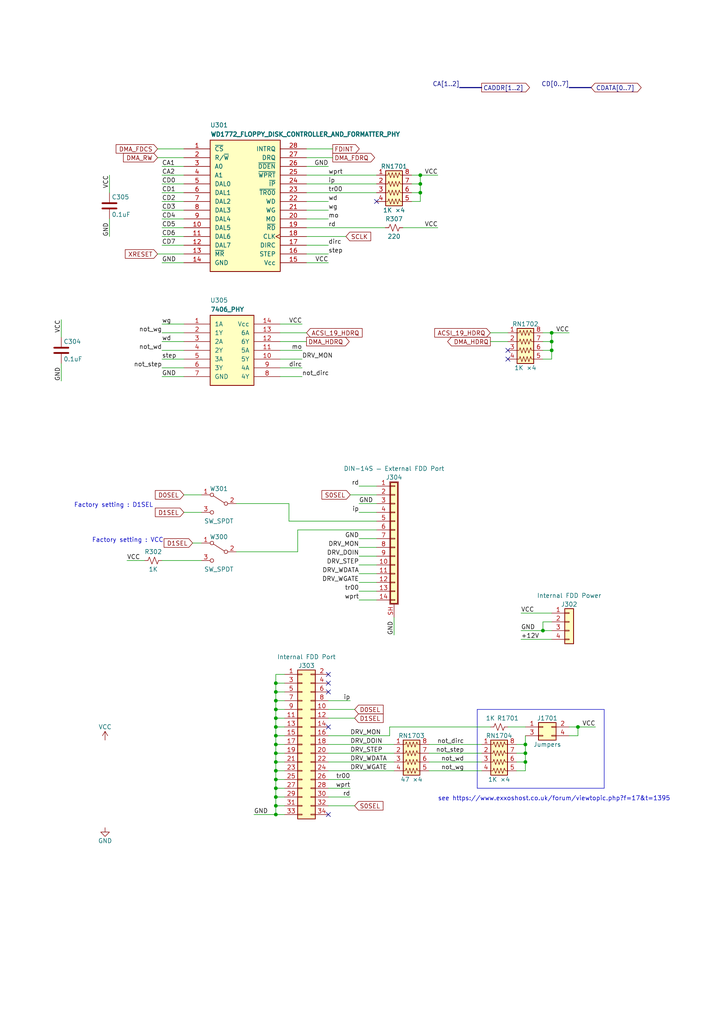
<source format=kicad_sch>
(kicad_sch (version 20230121) (generator eeschema)
  (paper "A4" portrait)
  (title_block (title "ReSTe mignon") (date "2022-07-13") (rev "mk0-0.1") (company "David SPORN") (comment 2 "original repository : https://github.com/sporniket/reste-mignon") (comment 4 "A remake of the Atari STe with some fixes applied and a target size of 25×18cm (B5)"))
  (lib_symbols
    (symbol "74x06:7406_PHY" (pin_names (offset 1.27))
      (property "Reference" "U" (at 0 0 0))
      (property "Value" "7406_PHY" (at 0 0 0))
      (symbol "7406_PHY_0_0"
        (rectangle (start -6.35 10.16) (end 6.35 -10.16) (stroke (width 0.254)) (fill (type background)))
        (pin input line (at -13.97 7.62 0) (length 7.62) (name "1A") (number "1"))
        (pin output line (at 13.97 -2.54 180) (length 7.62) (name "5Y") (number "10"))
        (pin input line (at 13.97 0 180) (length 7.62) (name "5A") (number "11"))
        (pin output line (at 13.97 2.54 180) (length 7.62) (name "6Y") (number "12"))
        (pin input line (at 13.97 5.08 180) (length 7.62) (name "6A") (number "13"))
        (pin power_in line (at 13.97 7.62 180) (length 7.62) (name "Vcc") (number "14"))
        (pin output line (at -13.97 5.08 0) (length 7.62) (name "1Y") (number "2"))
        (pin input line (at -13.97 2.54 0) (length 7.62) (name "2A") (number "3"))
        (pin output line (at -13.97 0 0) (length 7.62) (name "2Y") (number "4"))
        (pin input line (at -13.97 -2.54 0) (length 7.62) (name "3A") (number "5"))
        (pin output line (at -13.97 -5.08 0) (length 7.62) (name "3Y") (number "6"))
        (pin power_in line (at -13.97 -7.62 0) (length 7.62) (name "GND") (number "7"))
        (pin output line (at 13.97 -7.62 180) (length 7.62) (name "4Y") (number "8"))
        (pin input line (at 13.97 -5.08 180) (length 7.62) (name "4A") (number "9"))
      )
    )
    (symbol "Connector_Generic:Conn_01x04" (pin_names (offset 1.016) hide)
      (property "Reference" "J" (at 0 5.08 0))
      (property "Value" "Conn_01x04" (at 0 -7.62 0))
      (symbol "Conn_01x04_1_1"
        (rectangle (start -1.27 -4.953) (end 0 -5.207) (stroke (width 0.1524)))
        (rectangle (start -1.27 -2.413) (end 0 -2.667) (stroke (width 0.1524)))
        (rectangle (start -1.27 0.127) (end 0 -0.127) (stroke (width 0.1524)))
        (rectangle (start -1.27 2.667) (end 0 2.413) (stroke (width 0.1524)))
        (rectangle (start -1.27 3.81) (end 1.27 -6.35) (stroke (width 0.254)) (fill (type background)))
        (pin passive line (at -5.08 2.54 0) (length 3.81) (name "Pin_1") (number "1"))
        (pin passive line (at -5.08 0 0) (length 3.81) (name "Pin_2") (number "2"))
        (pin passive line (at -5.08 -2.54 0) (length 3.81) (name "Pin_3") (number "3"))
        (pin passive line (at -5.08 -5.08 0) (length 3.81) (name "Pin_4") (number "4"))
      )
    )
    (symbol "Connector_Generic:Conn_02x02_Odd_Even" (pin_names (offset 1.016) hide)
      (property "Reference" "J" (at 1.27 2.54 0))
      (property "Value" "Conn_02x02_Odd_Even" (at 1.27 -5.08 0))
      (symbol "Conn_02x02_Odd_Even_1_1"
        (rectangle (start -1.27 -2.413) (end 0 -2.667) (stroke (width 0.1524)))
        (rectangle (start -1.27 0.127) (end 0 -0.127) (stroke (width 0.1524)))
        (rectangle (start -1.27 1.27) (end 3.81 -3.81) (stroke (width 0.254)) (fill (type background)))
        (rectangle (start 3.81 -2.413) (end 2.54 -2.667) (stroke (width 0.1524)))
        (rectangle (start 3.81 0.127) (end 2.54 -0.127) (stroke (width 0.1524)))
        (pin passive line (at -5.08 0 0) (length 3.81) (name "Pin_1") (number "1"))
        (pin passive line (at 7.62 0 180) (length 3.81) (name "Pin_2") (number "2"))
        (pin passive line (at -5.08 -2.54 0) (length 3.81) (name "Pin_3") (number "3"))
        (pin passive line (at 7.62 -2.54 180) (length 3.81) (name "Pin_4") (number "4"))
      )
    )
    (symbol "Connector_Generic:Conn_02x17_Odd_Even" (pin_names (offset 1.016) hide)
      (property "Reference" "J" (at 1.27 22.86 0))
      (property "Value" "Conn_02x17_Odd_Even" (at 1.27 -22.86 0))
      (symbol "Conn_02x17_Odd_Even_1_1"
        (rectangle (start -1.27 -20.193) (end 0 -20.447) (stroke (width 0.1524)))
        (rectangle (start -1.27 -17.653) (end 0 -17.907) (stroke (width 0.1524)))
        (rectangle (start -1.27 -15.113) (end 0 -15.367) (stroke (width 0.1524)))
        (rectangle (start -1.27 -12.573) (end 0 -12.827) (stroke (width 0.1524)))
        (rectangle (start -1.27 -10.033) (end 0 -10.287) (stroke (width 0.1524)))
        (rectangle (start -1.27 -7.493) (end 0 -7.747) (stroke (width 0.1524)))
        (rectangle (start -1.27 -4.953) (end 0 -5.207) (stroke (width 0.1524)))
        (rectangle (start -1.27 -2.413) (end 0 -2.667) (stroke (width 0.1524)))
        (rectangle (start -1.27 0.127) (end 0 -0.127) (stroke (width 0.1524)))
        (rectangle (start -1.27 2.667) (end 0 2.413) (stroke (width 0.1524)))
        (rectangle (start -1.27 5.207) (end 0 4.953) (stroke (width 0.1524)))
        (rectangle (start -1.27 7.747) (end 0 7.493) (stroke (width 0.1524)))
        (rectangle (start -1.27 10.287) (end 0 10.033) (stroke (width 0.1524)))
        (rectangle (start -1.27 12.827) (end 0 12.573) (stroke (width 0.1524)))
        (rectangle (start -1.27 15.367) (end 0 15.113) (stroke (width 0.1524)))
        (rectangle (start -1.27 17.907) (end 0 17.653) (stroke (width 0.1524)))
        (rectangle (start -1.27 20.447) (end 0 20.193) (stroke (width 0.1524)))
        (rectangle (start -1.27 21.59) (end 3.81 -21.59) (stroke (width 0.254)) (fill (type background)))
        (rectangle (start 3.81 -20.193) (end 2.54 -20.447) (stroke (width 0.1524)))
        (rectangle (start 3.81 -17.653) (end 2.54 -17.907) (stroke (width 0.1524)))
        (rectangle (start 3.81 -15.113) (end 2.54 -15.367) (stroke (width 0.1524)))
        (rectangle (start 3.81 -12.573) (end 2.54 -12.827) (stroke (width 0.1524)))
        (rectangle (start 3.81 -10.033) (end 2.54 -10.287) (stroke (width 0.1524)))
        (rectangle (start 3.81 -7.493) (end 2.54 -7.747) (stroke (width 0.1524)))
        (rectangle (start 3.81 -4.953) (end 2.54 -5.207) (stroke (width 0.1524)))
        (rectangle (start 3.81 -2.413) (end 2.54 -2.667) (stroke (width 0.1524)))
        (rectangle (start 3.81 0.127) (end 2.54 -0.127) (stroke (width 0.1524)))
        (rectangle (start 3.81 2.667) (end 2.54 2.413) (stroke (width 0.1524)))
        (rectangle (start 3.81 5.207) (end 2.54 4.953) (stroke (width 0.1524)))
        (rectangle (start 3.81 7.747) (end 2.54 7.493) (stroke (width 0.1524)))
        (rectangle (start 3.81 10.287) (end 2.54 10.033) (stroke (width 0.1524)))
        (rectangle (start 3.81 12.827) (end 2.54 12.573) (stroke (width 0.1524)))
        (rectangle (start 3.81 15.367) (end 2.54 15.113) (stroke (width 0.1524)))
        (rectangle (start 3.81 17.907) (end 2.54 17.653) (stroke (width 0.1524)))
        (rectangle (start 3.81 20.447) (end 2.54 20.193) (stroke (width 0.1524)))
        (pin passive line (at -5.08 20.32 0) (length 3.81) (name "Pin_1") (number "1"))
        (pin passive line (at 7.62 10.16 180) (length 3.81) (name "Pin_10") (number "10"))
        (pin passive line (at -5.08 7.62 0) (length 3.81) (name "Pin_11") (number "11"))
        (pin passive line (at 7.62 7.62 180) (length 3.81) (name "Pin_12") (number "12"))
        (pin passive line (at -5.08 5.08 0) (length 3.81) (name "Pin_13") (number "13"))
        (pin passive line (at 7.62 5.08 180) (length 3.81) (name "Pin_14") (number "14"))
        (pin passive line (at -5.08 2.54 0) (length 3.81) (name "Pin_15") (number "15"))
        (pin passive line (at 7.62 2.54 180) (length 3.81) (name "Pin_16") (number "16"))
        (pin passive line (at -5.08 0 0) (length 3.81) (name "Pin_17") (number "17"))
        (pin passive line (at 7.62 0 180) (length 3.81) (name "Pin_18") (number "18"))
        (pin passive line (at -5.08 -2.54 0) (length 3.81) (name "Pin_19") (number "19"))
        (pin passive line (at 7.62 20.32 180) (length 3.81) (name "Pin_2") (number "2"))
        (pin passive line (at 7.62 -2.54 180) (length 3.81) (name "Pin_20") (number "20"))
        (pin passive line (at -5.08 -5.08 0) (length 3.81) (name "Pin_21") (number "21"))
        (pin passive line (at 7.62 -5.08 180) (length 3.81) (name "Pin_22") (number "22"))
        (pin passive line (at -5.08 -7.62 0) (length 3.81) (name "Pin_23") (number "23"))
        (pin passive line (at 7.62 -7.62 180) (length 3.81) (name "Pin_24") (number "24"))
        (pin passive line (at -5.08 -10.16 0) (length 3.81) (name "Pin_25") (number "25"))
        (pin passive line (at 7.62 -10.16 180) (length 3.81) (name "Pin_26") (number "26"))
        (pin passive line (at -5.08 -12.7 0) (length 3.81) (name "Pin_27") (number "27"))
        (pin passive line (at 7.62 -12.7 180) (length 3.81) (name "Pin_28") (number "28"))
        (pin passive line (at -5.08 -15.24 0) (length 3.81) (name "Pin_29") (number "29"))
        (pin passive line (at -5.08 17.78 0) (length 3.81) (name "Pin_3") (number "3"))
        (pin passive line (at 7.62 -15.24 180) (length 3.81) (name "Pin_30") (number "30"))
        (pin passive line (at -5.08 -17.78 0) (length 3.81) (name "Pin_31") (number "31"))
        (pin passive line (at 7.62 -17.78 180) (length 3.81) (name "Pin_32") (number "32"))
        (pin passive line (at -5.08 -20.32 0) (length 3.81) (name "Pin_33") (number "33"))
        (pin passive line (at 7.62 -20.32 180) (length 3.81) (name "Pin_34") (number "34"))
        (pin passive line (at 7.62 17.78 180) (length 3.81) (name "Pin_4") (number "4"))
        (pin passive line (at -5.08 15.24 0) (length 3.81) (name "Pin_5") (number "5"))
        (pin passive line (at 7.62 15.24 180) (length 3.81) (name "Pin_6") (number "6"))
        (pin passive line (at -5.08 12.7 0) (length 3.81) (name "Pin_7") (number "7"))
        (pin passive line (at 7.62 12.7 180) (length 3.81) (name "Pin_8") (number "8"))
        (pin passive line (at -5.08 10.16 0) (length 3.81) (name "Pin_9") (number "9"))
      )
    )
    (symbol "Connector_Generic_Shielded:Conn_01x14_Shielded" (pin_names (offset 1.016) hide)
      (property "Reference" "J" (at 0.254 17.526 0))
      (property "Value" "Conn_01x14_Shielded" (at 1.016 -20.066 0))
      (symbol "Conn_01x14_Shielded_1_1"
        (rectangle (start -1.27 16.51) (end 1.27 -19.05) (stroke (width 0.1524)))
        (rectangle (start -1.016 -17.653) (end 0.254 -17.907) (stroke (width 0.1524)))
        (rectangle (start -1.016 -15.113) (end 0.254 -15.367) (stroke (width 0.1524)))
        (rectangle (start -1.016 -12.573) (end 0.254 -12.827) (stroke (width 0.1524)))
        (rectangle (start -1.016 -10.033) (end 0.254 -10.287) (stroke (width 0.1524)))
        (rectangle (start -1.016 -7.493) (end 0.254 -7.747) (stroke (width 0.1524)))
        (rectangle (start -1.016 -4.953) (end 0.254 -5.207) (stroke (width 0.1524)))
        (rectangle (start -1.016 -2.413) (end 0.254 -2.667) (stroke (width 0.1524)))
        (rectangle (start -1.016 0.127) (end 0.254 -0.127) (stroke (width 0.1524)))
        (rectangle (start -1.016 2.667) (end 0.254 2.413) (stroke (width 0.1524)))
        (rectangle (start -1.016 5.207) (end 0.254 4.953) (stroke (width 0.1524)))
        (rectangle (start -1.016 7.747) (end 0.254 7.493) (stroke (width 0.1524)))
        (rectangle (start -1.016 10.287) (end 0.254 10.033) (stroke (width 0.1524)))
        (rectangle (start -1.016 12.827) (end 0.254 12.573) (stroke (width 0.1524)))
        (rectangle (start -1.016 15.367) (end 0.254 15.113) (stroke (width 0.1524)))
        (rectangle (start -1.016 16.256) (end 1.016 -18.796) (stroke (width 0.254)) (fill (type background)))
        (pin passive line (at -5.08 15.24 0) (length 4.064) (name "Pin_1") (number "1"))
        (pin passive line (at -5.08 -7.62 0) (length 4.064) (name "Pin_10") (number "10"))
        (pin passive line (at -5.08 -10.16 0) (length 4.064) (name "Pin_11") (number "11"))
        (pin passive line (at -5.08 -12.7 0) (length 4.064) (name "Pin_12") (number "12"))
        (pin passive line (at -5.08 -15.24 0) (length 4.064) (name "Pin_13") (number "13"))
        (pin passive line (at -5.08 -17.78 0) (length 4.064) (name "Pin_14") (number "14"))
        (pin passive line (at -5.08 12.7 0) (length 4.064) (name "Pin_2") (number "2"))
        (pin passive line (at -5.08 10.16 0) (length 4.064) (name "Pin_3") (number "3"))
        (pin passive line (at -5.08 7.62 0) (length 4.064) (name "Pin_4") (number "4"))
        (pin passive line (at -5.08 5.08 0) (length 4.064) (name "Pin_5") (number "5"))
        (pin passive line (at -5.08 2.54 0) (length 4.064) (name "Pin_6") (number "6"))
        (pin passive line (at -5.08 0 0) (length 4.064) (name "Pin_7") (number "7"))
        (pin passive line (at -5.08 -2.54 0) (length 4.064) (name "Pin_8") (number "8"))
        (pin passive line (at -5.08 -5.08 0) (length 4.064) (name "Pin_9") (number "9"))
        (pin passive line (at 0 -22.86 90) (length 3.81) (name "Shield") (number "SH"))
      )
    )
    (symbol "Device:C" (pin_numbers hide) (pin_names (offset 0.254))
      (property "Reference" "C" (at 0.635 2.54 0))
      (property "Value" "C" (at 0.635 -2.54 0))
      (symbol "C_0_1"
        (polyline (pts (xy -2.032 -0.762) (xy 2.032 -0.762)) (stroke (width 0.508)))
        (polyline (pts (xy -2.032 0.762) (xy 2.032 0.762)) (stroke (width 0.508)))
      )
      (symbol "C_1_1"
        (pin passive line (at 0 3.81 270) (length 2.794) (name "~") (number "1"))
        (pin passive line (at 0 -3.81 90) (length 2.794) (name "~") (number "2"))
      )
    )
    (symbol "Device:R_Small_US" (pin_numbers hide) (pin_names (offset 0.254) hide)
      (property "Reference" "R" (at 0.762 0.508 0))
      (property "Value" "R_Small_US" (at 0.762 -1.016 0))
      (symbol "R_Small_US_1_1"
        (polyline (pts (xy 0 0) (xy 1.016 -0.381) (xy 0 -0.762) (xy -1.016 -1.143) (xy 0 -1.524)))
        (polyline (pts (xy 0 1.524) (xy 1.016 1.143) (xy 0 0.762) (xy -1.016 0.381) (xy 0 0)))
        (pin passive line (at 0 2.54 270) (length 1.016) (name "~") (number "1"))
        (pin passive line (at 0 -2.54 90) (length 1.016) (name "~") (number "2"))
      )
    )
    (symbol "Switch:SW_SPDT" (pin_names (offset 0) hide)
      (property "Reference" "SW" (at 0 4.318 0))
      (property "Value" "SW_SPDT" (at 0 -5.08 0))
      (symbol "SW_SPDT_0_0"
        (circle (center -2.032 0) (radius 0.508))
        (circle (center 2.032 -2.54) (radius 0.508))
      )
      (symbol "SW_SPDT_0_1"
        (polyline (pts (xy -1.524 0.254) (xy 1.651 2.286)))
        (circle (center 2.032 2.54) (radius 0.508))
      )
      (symbol "SW_SPDT_1_1"
        (pin passive line (at 5.08 2.54 180) (length 2.54) (name "A") (number "1"))
        (pin passive line (at -5.08 0 0) (length 2.54) (name "B") (number "2"))
        (pin passive line (at 5.08 -2.54 180) (length 2.54) (name "C") (number "3"))
      )
    )
    (symbol "custom_passives:R_Pack04_US" (pin_names (offset 0) hide)
      (property "Reference" "RN" (at -7.62 0 90))
      (property "Value" "R_Pack04_US" (at 5.08 0 90))
      (symbol "R_Pack04_US_0_1"
        (rectangle (start -6.35 -2.413) (end 3.81 2.413) (stroke (width 0.254)) (fill (type background)))
        (polyline (pts (xy -5.08 -2.54) (xy -5.08 -1.905)))
        (polyline (pts (xy -5.08 1.905) (xy -5.08 2.54)))
        (polyline (pts (xy -2.54 -2.54) (xy -2.54 -1.905)))
        (polyline (pts (xy -2.54 1.905) (xy -2.54 2.54)))
        (polyline (pts (xy 0 -2.54) (xy 0 -1.905)))
        (polyline (pts (xy 0 1.905) (xy 0 2.54)))
        (polyline (pts (xy 2.54 -2.54) (xy 2.54 -1.905)))
        (polyline (pts (xy 2.54 1.905) (xy 2.54 2.54)))
        (polyline (pts (xy -5.08 -1.778) (xy -5.842 -1.524) (xy -4.318 -1.016) (xy -5.842 -0.508) (xy -4.318 0) (xy -5.842 0.508) (xy -4.318 1.016) (xy -5.842 1.524) (xy -5.08 1.778)))
        (polyline (pts (xy -2.54 -1.778) (xy -3.302 -1.524) (xy -1.778 -1.016) (xy -3.302 -0.508) (xy -1.778 0) (xy -3.302 0.508) (xy -1.778 1.016) (xy -3.302 1.524) (xy -2.54 1.778)))
      )
      (symbol "R_Pack04_US_1_1"
        (polyline (pts (xy 0 -1.778) (xy -0.762 -1.524) (xy 0.762 -1.016) (xy -0.762 -0.508) (xy 0.762 0) (xy -0.762 0.508) (xy 0.762 1.016) (xy -0.762 1.524) (xy 0 1.778)))
        (polyline (pts (xy 2.54 -1.778) (xy 1.778 -1.524) (xy 3.302 -1.016) (xy 1.778 -0.508) (xy 3.302 0) (xy 1.778 0.508) (xy 3.302 1.016) (xy 1.778 1.524) (xy 2.54 1.778)))
        (pin passive line (at -5.08 -5.08 90) (length 2.54) (name "R1.1") (number "1"))
        (pin passive line (at -2.54 -5.08 90) (length 2.54) (name "R2.1") (number "2"))
        (pin passive line (at 0 -5.08 90) (length 2.54) (name "R3.1") (number "3"))
        (pin passive line (at 2.54 -5.08 90) (length 2.54) (name "R4.1") (number "4"))
        (pin passive line (at 2.54 5.08 270) (length 2.54) (name "R4.2") (number "5"))
        (pin passive line (at 0 5.08 270) (length 2.54) (name "R3.2") (number "6"))
        (pin passive line (at -2.54 5.08 270) (length 2.54) (name "R2.2") (number "7"))
        (pin passive line (at -5.08 5.08 270) (length 2.54) (name "R1.2") (number "8"))
      )
    )
    (symbol "power:GND" (power) (pin_names (offset 0))
      (property "Value" "GND" (at 0 -3.81 0))
      (symbol "GND_0_1"
        (polyline (pts (xy 0 0) (xy 0 -1.27) (xy 1.27 -1.27) (xy 0 -2.54) (xy -1.27 -1.27) (xy 0 -1.27)))
      )
      (symbol "GND_1_1"
        (pin power_in line (at 0 0 270) (length 0) hide (name "GND") (number "1"))
      )
    )
    (symbol "power:VCC" (power) (pin_names (offset 0))
      (property "Value" "VCC" (at 0 3.81 0))
      (symbol "VCC_0_1"
        (polyline (pts (xy -0.762 1.27) (xy 0 2.54)))
        (polyline (pts (xy 0 0) (xy 0 2.54)))
        (polyline (pts (xy 0 2.54) (xy 0.762 1.27)))
      )
      (symbol "VCC_1_1"
        (pin power_in line (at 0 0 90) (length 0) hide (name "VCC") (number "1"))
      )
    )
    (symbol "wd1772:WD1772_FLOPPY_DISK_CONTROLLER_AND_FORMATTER_PHY" (pin_names (offset 1.27))
      (property "Reference" "U" (at -10.16 24.13 0))
      (property "Value" "WD1772_FLOPPY_DISK_CONTROLLER_AND_FORMATTER_PHY" (at -10.16 21.59 0))
      (symbol "WD1772_FLOPPY_DISK_CONTROLLER_AND_FORMATTER_PHY_0_0"
        (rectangle (start -10.16 19.05) (end 10.16 -19.05) (stroke (width 0.254)) (fill (type background)))
        (pin input line (at -17.78 16.51 0) (length 7.62) (name "~{CS}") (number "1"))
        (pin bidirectional line (at -17.78 -6.35 0) (length 7.62) (name "DAL5") (number "10"))
        (pin bidirectional line (at -17.78 -8.89 0) (length 7.62) (name "DAL6") (number "11"))
        (pin bidirectional line (at -17.78 -11.43 0) (length 7.62) (name "DAL7") (number "12"))
        (pin input line (at -17.78 -13.97 0) (length 7.62) (name "~{MR}") (number "13"))
        (pin power_in line (at -17.78 -16.51 0) (length 7.62) (name "GND") (number "14"))
        (pin power_in line (at 17.78 -16.51 180) (length 7.62) (name "Vcc") (number "15"))
        (pin output line (at 17.78 -13.97 180) (length 7.62) (name "STEP") (number "16"))
        (pin output line (at 17.78 -11.43 180) (length 7.62) (name "DIRC") (number "17"))
        (pin input clock (at 17.78 -8.89 180) (length 7.62) (name "CLK") (number "18"))
        (pin input line (at 17.78 -6.35 180) (length 7.62) (name "~{RD}") (number "19"))
        (pin input line (at -17.78 13.97 0) (length 7.62) (name "R/~{W}") (number "2"))
        (pin output line (at 17.78 -3.81 180) (length 7.62) (name "MO") (number "20"))
        (pin output line (at 17.78 -1.27 180) (length 7.62) (name "WG") (number "21"))
        (pin output line (at 17.78 1.27 180) (length 7.62) (name "WD") (number "22"))
        (pin input line (at 17.78 3.81 180) (length 7.62) (name "~{TR00}") (number "23"))
        (pin input line (at 17.78 6.35 180) (length 7.62) (name "~{IP}") (number "24"))
        (pin input line (at 17.78 8.89 180) (length 7.62) (name "~{WPRT}") (number "25"))
        (pin input line (at 17.78 11.43 180) (length 7.62) (name "~{DDEN}") (number "26"))
        (pin output line (at 17.78 13.97 180) (length 7.62) (name "DRQ") (number "27"))
        (pin output line (at 17.78 16.51 180) (length 7.62) (name "INTRQ") (number "28"))
        (pin input line (at -17.78 11.43 0) (length 7.62) (name "A0") (number "3"))
        (pin input line (at -17.78 8.89 0) (length 7.62) (name "A1") (number "4"))
        (pin bidirectional line (at -17.78 6.35 0) (length 7.62) (name "DAL0") (number "5"))
        (pin bidirectional line (at -17.78 3.81 0) (length 7.62) (name "DAL1") (number "6"))
        (pin bidirectional line (at -17.78 1.27 0) (length 7.62) (name "DAL2") (number "7"))
        (pin bidirectional line (at -17.78 -1.27 0) (length 7.62) (name "DAL3") (number "8"))
        (pin bidirectional line (at -17.78 -3.81 0) (length 7.62) (name "DAL4") (number "9"))
      )
    )
  )
  (junction (at 80.01 200.66))
  (junction (at 152.4 218.44))
  (junction (at 152.4 220.98))
  (junction (at 121.92 50.8))
  (junction (at 167.64 210.82))
  (junction (at 160.02 101.6))
  (junction (at 80.01 226.06))
  (junction (at 152.4 215.9))
  (junction (at 80.01 213.36))
  (junction (at 80.01 205.74))
  (junction (at 121.92 55.88))
  (junction (at 160.02 96.52))
  (junction (at 80.01 228.6))
  (junction (at 80.01 231.14))
  (junction (at 80.01 220.98))
  (junction (at 80.01 236.22))
  (junction (at 80.01 208.28))
  (junction (at 157.48 182.88))
  (junction (at 80.01 215.9))
  (junction (at 80.01 198.12))
  (junction (at 80.01 203.2))
  (junction (at 121.92 53.34))
  (junction (at 80.01 218.44))
  (junction (at 80.01 223.52))
  (junction (at 160.02 99.06))
  (junction (at 80.01 233.68))
  (junction (at 80.01 210.82))
  (no_connect (at 95.25 236.22))
  (no_connect (at 95.25 195.58))
  (no_connect (at 95.25 198.12))
  (no_connect (at 147.32 104.14))
  (no_connect (at 95.25 200.66))
  (no_connect (at 109.22 58.42))
  (no_connect (at 147.32 101.6))
  (no_connect (at 95.25 210.82))
  (wire (pts (xy 80.01 213.36) (xy 80.01 210.82)))
  (wire (pts (xy 160.02 96.52) (xy 165.1 96.52)))
  (wire (pts (xy 46.99 71.12) (xy 53.34 71.12)))
  (wire (pts (xy 167.64 213.36) (xy 167.64 210.82)))
  (wire (pts (xy 80.01 208.28) (xy 82.55 208.28)))
  (wire (pts (xy 95.25 208.28) (xy 102.87 208.28)))
  (wire (pts (xy 45.72 73.66) (xy 53.34 73.66)))
  (wire (pts (xy 116.84 66.04) (xy 127 66.04)))
  (wire (pts (xy 88.9 60.96) (xy 95.25 60.96)))
  (wire (pts (xy 80.01 218.44) (xy 82.55 218.44)))
  (wire (pts (xy 160.02 101.6) (xy 160.02 99.06)))
  (wire (pts (xy 104.14 140.97) (xy 109.22 140.97)))
  (wire (pts (xy 88.9 68.58) (xy 100.33 68.58)))
  (wire (pts (xy 167.64 210.82) (xy 172.72 210.82)))
  (wire (pts (xy 80.01 195.58) (xy 82.55 195.58)))
  (wire (pts (xy 157.48 104.14) (xy 160.02 104.14)))
  (wire (pts (xy 80.01 208.28) (xy 80.01 205.74)))
  (wire (pts (xy 149.86 223.52) (xy 152.4 223.52)))
  (wire (pts (xy 149.86 218.44) (xy 152.4 218.44)))
  (wire (pts (xy 104.14 158.75) (xy 109.22 158.75)))
  (wire (pts (xy 80.01 226.06) (xy 80.01 223.52)))
  (wire (pts (xy 88.9 73.66) (xy 95.25 73.66)))
  (wire (pts (xy 88.9 55.88) (xy 109.22 55.88)))
  (wire (pts (xy 83.82 151.13) (xy 109.22 151.13)))
  (wire (pts (xy 80.01 220.98) (xy 82.55 220.98)))
  (wire (pts (xy 95.25 213.36) (xy 113.03 213.36)))
  (wire (pts (xy 151.13 182.88) (xy 157.48 182.88)))
  (wire (pts (xy 119.38 55.88) (xy 121.92 55.88)))
  (wire (pts (xy 80.01 233.68) (xy 80.01 231.14)))
  (wire (pts (xy 46.99 53.34) (xy 53.34 53.34)))
  (wire (pts (xy 121.92 55.88) (xy 121.92 53.34)))
  (wire (pts (xy 80.01 226.06) (xy 82.55 226.06)))
  (wire (pts (xy 81.28 101.6) (xy 87.63 101.6)))
  (wire (pts (xy 83.82 151.13) (xy 83.82 146.05)))
  (wire (pts (xy 80.01 236.22) (xy 82.55 236.22)))
  (wire (pts (xy 119.38 50.8) (xy 121.92 50.8)))
  (wire (pts (xy 165.1 213.36) (xy 167.64 213.36)))
  (wire (pts (xy 147.32 210.82) (xy 152.4 210.82)))
  (wire (pts (xy 124.46 215.9) (xy 139.7 215.9)))
  (wire (pts (xy 46.99 63.5) (xy 53.34 63.5)))
  (wire (pts (xy 17.78 105.41) (xy 17.78 110.49)))
  (wire (pts (xy 157.48 182.88) (xy 160.02 182.88)))
  (polyline (pts (xy 138.43 205.74) (xy 175.26 205.74)))
  (wire (pts (xy 31.75 50.8) (xy 31.75 55.88)))
  (wire (pts (xy 80.01 223.52) (xy 80.01 220.98)))
  (wire (pts (xy 80.01 231.14) (xy 82.55 231.14)))
  (wire (pts (xy 95.25 220.98) (xy 114.3 220.98)))
  (wire (pts (xy 88.9 63.5) (xy 95.25 63.5)))
  (wire (pts (xy 31.75 63.5) (xy 31.75 68.58)))
  (wire (pts (xy 149.86 215.9) (xy 152.4 215.9)))
  (wire (pts (xy 124.46 223.52) (xy 139.7 223.52)))
  (wire (pts (xy 53.34 143.51) (xy 58.42 143.51)))
  (wire (pts (xy 95.25 215.9) (xy 114.3 215.9)))
  (wire (pts (xy 152.4 223.52) (xy 152.4 220.98)))
  (wire (pts (xy 80.01 215.9) (xy 80.01 213.36)))
  (wire (pts (xy 95.25 233.68) (xy 102.87 233.68)))
  (wire (pts (xy 46.99 101.6) (xy 53.34 101.6)))
  (wire (pts (xy 147.32 99.06) (xy 142.24 99.06)))
  (wire (pts (xy 113.03 210.82) (xy 142.24 210.82)))
  (wire (pts (xy 104.14 173.99) (xy 109.22 173.99)))
  (wire (pts (xy 73.66 236.22) (xy 80.01 236.22)))
  (wire (pts (xy 152.4 215.9) (xy 152.4 213.36)))
  (wire (pts (xy 151.13 185.42) (xy 160.02 185.42)))
  (bus (pts (xy 133.35 25.4) (xy 139.7 25.4)))
  (wire (pts (xy 46.99 76.2) (xy 53.34 76.2)))
  (wire (pts (xy 46.99 50.8) (xy 53.34 50.8)))
  (wire (pts (xy 80.01 198.12) (xy 80.01 195.58)))
  (wire (pts (xy 46.99 109.22) (xy 53.34 109.22)))
  (wire (pts (xy 160.02 104.14) (xy 160.02 101.6)))
  (wire (pts (xy 80.01 198.12) (xy 82.55 198.12)))
  (wire (pts (xy 81.28 104.14) (xy 87.63 104.14)))
  (wire (pts (xy 80.01 228.6) (xy 82.55 228.6)))
  (wire (pts (xy 46.99 66.04) (xy 53.34 66.04)))
  (wire (pts (xy 104.14 161.29) (xy 109.22 161.29)))
  (wire (pts (xy 113.03 213.36) (xy 113.03 210.82)))
  (wire (pts (xy 104.14 146.05) (xy 109.22 146.05)))
  (wire (pts (xy 80.01 210.82) (xy 80.01 208.28)))
  (wire (pts (xy 81.28 106.68) (xy 87.63 106.68)))
  (wire (pts (xy 80.01 236.22) (xy 80.01 233.68)))
  (wire (pts (xy 80.01 213.36) (xy 82.55 213.36)))
  (wire (pts (xy 95.25 203.2) (xy 101.6 203.2)))
  (wire (pts (xy 80.01 210.82) (xy 82.55 210.82)))
  (wire (pts (xy 104.14 166.37) (xy 109.22 166.37)))
  (wire (pts (xy 86.36 153.67) (xy 86.36 160.02)))
  (wire (pts (xy 104.14 163.83) (xy 109.22 163.83)))
  (wire (pts (xy 46.99 55.88) (xy 53.34 55.88)))
  (wire (pts (xy 119.38 58.42) (xy 121.92 58.42)))
  (wire (pts (xy 104.14 171.45) (xy 109.22 171.45)))
  (wire (pts (xy 36.83 162.56) (xy 41.91 162.56)))
  (wire (pts (xy 46.99 68.58) (xy 53.34 68.58)))
  (wire (pts (xy 152.4 218.44) (xy 152.4 215.9)))
  (wire (pts (xy 88.9 50.8) (xy 109.22 50.8)))
  (wire (pts (xy 80.01 220.98) (xy 80.01 218.44)))
  (wire (pts (xy 80.01 215.9) (xy 82.55 215.9)))
  (wire (pts (xy 46.99 58.42) (xy 53.34 58.42)))
  (wire (pts (xy 80.01 223.52) (xy 82.55 223.52)))
  (wire (pts (xy 80.01 200.66) (xy 80.01 198.12)))
  (wire (pts (xy 80.01 203.2) (xy 82.55 203.2)))
  (wire (pts (xy 81.28 96.52) (xy 88.9 96.52)))
  (wire (pts (xy 95.25 223.52) (xy 114.3 223.52)))
  (wire (pts (xy 45.72 45.72) (xy 53.34 45.72)))
  (wire (pts (xy 46.99 48.26) (xy 53.34 48.26)))
  (wire (pts (xy 80.01 233.68) (xy 82.55 233.68)))
  (wire (pts (xy 55.88 157.48) (xy 58.42 157.48)))
  (wire (pts (xy 157.48 180.34) (xy 160.02 180.34)))
  (wire (pts (xy 124.46 220.98) (xy 139.7 220.98)))
  (wire (pts (xy 149.86 220.98) (xy 152.4 220.98)))
  (wire (pts (xy 121.92 58.42) (xy 121.92 55.88)))
  (wire (pts (xy 80.01 203.2) (xy 80.01 200.66)))
  (wire (pts (xy 88.9 43.18) (xy 96.52 43.18)))
  (polyline (pts (xy 138.43 228.6) (xy 138.43 205.74)))
  (wire (pts (xy 68.58 160.02) (xy 86.36 160.02)))
  (polyline (pts (xy 138.43 228.6) (xy 175.26 228.6)))
  (bus (pts (xy 165.1 25.4) (xy 171.45 25.4)))
  (wire (pts (xy 46.99 104.14) (xy 53.34 104.14)))
  (wire (pts (xy 46.99 60.96) (xy 53.34 60.96)))
  (wire (pts (xy 81.28 99.06) (xy 88.9 99.06)))
  (wire (pts (xy 160.02 99.06) (xy 160.02 96.52)))
  (wire (pts (xy 88.9 48.26) (xy 95.25 48.26)))
  (wire (pts (xy 152.4 220.98) (xy 152.4 218.44)))
  (wire (pts (xy 165.1 210.82) (xy 167.64 210.82)))
  (wire (pts (xy 104.14 156.21) (xy 109.22 156.21)))
  (wire (pts (xy 147.32 96.52) (xy 142.24 96.52)))
  (wire (pts (xy 81.28 93.98) (xy 87.63 93.98)))
  (wire (pts (xy 86.36 153.67) (xy 109.22 153.67)))
  (wire (pts (xy 121.92 50.8) (xy 127 50.8)))
  (wire (pts (xy 88.9 45.72) (xy 96.52 45.72)))
  (wire (pts (xy 88.9 58.42) (xy 95.25 58.42)))
  (wire (pts (xy 46.99 106.68) (xy 53.34 106.68)))
  (wire (pts (xy 46.99 162.56) (xy 58.42 162.56)))
  (wire (pts (xy 114.3 184.15) (xy 114.3 179.07)))
  (wire (pts (xy 101.6 143.51) (xy 109.22 143.51)))
  (wire (pts (xy 80.01 200.66) (xy 82.55 200.66)))
  (wire (pts (xy 121.92 53.34) (xy 121.92 50.8)))
  (wire (pts (xy 81.28 109.22) (xy 87.63 109.22)))
  (wire (pts (xy 95.25 226.06) (xy 101.6 226.06)))
  (wire (pts (xy 80.01 205.74) (xy 82.55 205.74)))
  (wire (pts (xy 45.72 43.18) (xy 53.34 43.18)))
  (wire (pts (xy 151.13 177.8) (xy 160.02 177.8)))
  (wire (pts (xy 80.01 218.44) (xy 80.01 215.9)))
  (wire (pts (xy 95.25 228.6) (xy 101.6 228.6)))
  (wire (pts (xy 95.25 231.14) (xy 101.6 231.14)))
  (wire (pts (xy 157.48 96.52) (xy 160.02 96.52)))
  (wire (pts (xy 119.38 53.34) (xy 121.92 53.34)))
  (polyline (pts (xy 175.26 205.74) (xy 175.26 228.6)))
  (wire (pts (xy 157.48 101.6) (xy 160.02 101.6)))
  (wire (pts (xy 17.78 92.71) (xy 17.78 97.79)))
  (wire (pts (xy 80.01 231.14) (xy 80.01 228.6)))
  (wire (pts (xy 46.99 99.06) (xy 53.34 99.06)))
  (wire (pts (xy 88.9 66.04) (xy 111.76 66.04)))
  (wire (pts (xy 124.46 218.44) (xy 139.7 218.44)))
  (wire (pts (xy 104.14 168.91) (xy 109.22 168.91)))
  (wire (pts (xy 53.34 148.59) (xy 58.42 148.59)))
  (wire (pts (xy 88.9 53.34) (xy 109.22 53.34)))
  (wire (pts (xy 88.9 76.2) (xy 95.25 76.2)))
  (wire (pts (xy 95.25 205.74) (xy 102.87 205.74)))
  (wire (pts (xy 104.14 148.59) (xy 109.22 148.59)))
  (wire (pts (xy 157.48 99.06) (xy 160.02 99.06)))
  (wire (pts (xy 80.01 205.74) (xy 80.01 203.2)))
  (wire (pts (xy 68.58 146.05) (xy 83.82 146.05)))
  (wire (pts (xy 46.99 93.98) (xy 53.34 93.98)))
  (wire (pts (xy 46.99 96.52) (xy 53.34 96.52)))
  (wire (pts (xy 95.25 218.44) (xy 114.3 218.44)))
  (wire (pts (xy 88.9 71.12) (xy 95.25 71.12)))
  (wire (pts (xy 157.48 180.34) (xy 157.48 182.88)))
  (wire (pts (xy 80.01 228.6) (xy 80.01 226.06)))
  (text "Factory setting : VCC" (at 26.67 157.48 0) (effects (font (size 1.27 1.27)) (justify left bottom)))
  (text "Factory setting : D1SEL" (at 44.45 147.32 0) (effects (font (size 1.27 1.27)) (justify right bottom)))
  (text "see https://www.exxoshost.co.uk/forum/viewtopic.php?f=17&t=1395" (at 127 232.41 0) (effects (font (size 1.27 1.27)) (justify left bottom)))
  (label "GND" (at 17.78 110.49 90))
  (label "VCC" (at 87.63 93.98 180))
  (label "GND" (at 151.13 182.88 0))
  (label "rd" (at 95.25 66.04 0))
  (label "tr00" (at 101.6 226.06 180))
  (label "not_wd" (at 134.62 220.98 180))
  (label "VCC" (at 17.78 92.71 270))
  (label "not_dirc" (at 134.62 215.9 180))
  (label "VCC" (at 127 50.8 180))
  (label "VCC" (at 127 66.04 180))
  (label "CD1" (at 46.99 55.88 0))
  (label "wg" (at 46.99 93.98 0))
  (label "CD[0..7]" (at 165.1 25.4 180))
  (label "not_step" (at 134.62 218.44 180))
  (label "step" (at 95.25 73.66 0))
  (label "VCC" (at 36.83 162.56 0))
  (label "rd" (at 101.6 231.14 180))
  (label "DRV_MON" (at 101.6 213.36 0))
  (label "CD2" (at 46.99 58.42 0))
  (label "ip" (at 95.25 53.34 0))
  (label "rd" (at 104.14 140.97 180))
  (label "DRV_STEP" (at 104.14 163.83 180))
  (label "ip" (at 101.6 203.2 180))
  (label "CD6" (at 46.99 68.58 0))
  (label "step" (at 46.99 104.14 0))
  (label "ip" (at 104.14 148.59 180))
  (label "GND" (at 31.75 68.58 90))
  (label "DRV_WDATA" (at 104.14 166.37 180))
  (label "VCC" (at 151.13 177.8 0))
  (label "GND" (at 104.14 156.21 180))
  (label "wprt" (at 95.25 50.8 0))
  (label "CD7" (at 46.99 71.12 0))
  (label "+12V" (at 151.13 185.42 0))
  (label "tr00" (at 104.14 171.45 180))
  (label "GND" (at 114.3 184.15 90))
  (label "dirc" (at 87.63 106.68 180))
  (label "VCC" (at 95.25 76.2 180))
  (label "CD4" (at 46.99 63.5 0))
  (label "CA2" (at 46.99 50.8 0))
  (label "wg" (at 95.25 60.96 0))
  (label "not_wd" (at 46.99 101.6 180))
  (label "mo" (at 87.63 101.6 180))
  (label "DRV_WGATE" (at 104.14 168.91 180))
  (label "dirc" (at 95.25 71.12 0))
  (label "wprt" (at 104.14 173.99 180))
  (label "GND" (at 95.25 48.26 180))
  (label "DRV_DOIN" (at 101.6 215.9 0))
  (label "CD3" (at 46.99 60.96 0))
  (label "VCC" (at 165.1 96.52 180))
  (label "wprt" (at 101.6 228.6 180))
  (label "DRV_WDATA" (at 101.6 220.98 0))
  (label "not_dirc" (at 87.63 109.22 0))
  (label "wd" (at 95.25 58.42 0))
  (label "GND" (at 46.99 76.2 0))
  (label "CA1" (at 46.99 48.26 0))
  (label "not_wg" (at 46.99 96.52 180))
  (label "tr00" (at 95.25 55.88 0))
  (label "not_wg" (at 134.62 223.52 180))
  (label "CA[1..2]" (at 133.35 25.4 180))
  (label "DRV_MON" (at 104.14 158.75 180))
  (label "wd" (at 46.99 99.06 0))
  (label "GND" (at 73.66 236.22 0))
  (label "VCC" (at 172.72 210.82 180))
  (label "CD0" (at 46.99 53.34 0))
  (label "CD5" (at 46.99 66.04 0))
  (label "DRV_STEP" (at 101.6 218.44 0))
  (label "not_step" (at 46.99 106.68 180))
  (label "mo" (at 95.25 63.5 0))
  (label "GND" (at 104.14 146.05 0))
  (label "DRV_MON" (at 87.63 104.14 0))
  (label "DRV_WGATE" (at 101.6 223.52 0))
  (label "DRV_DOIN" (at 104.14 161.29 180))
  (label "VCC" (at 31.75 50.8 270))
  (label "GND" (at 46.99 109.22 0))
  (global_label "SCLK" (shape input) (at 100.33 68.58 0) (property "Intersheetrefs" "${INTERSHEET_REFS}" (effects hide)))
  (global_label "FDINT" (shape output) (at 96.52 43.18 0) (property "Intersheetrefs" "${INTERSHEET_REFS}" (effects hide)))
  (global_label "DMA_HDRQ" (shape output) (at 88.9 99.06 0) (property "Intersheetrefs" "${INTERSHEET_REFS}" (effects hide)))
  (global_label "DMA_FDRQ" (shape output) (at 96.52 45.72 0) (property "Intersheetrefs" "${INTERSHEET_REFS}" (effects hide)))
  (global_label "S0SEL" (shape input) (at 101.6 143.51 180) (property "Intersheetrefs" "${INTERSHEET_REFS}" (effects hide)))
  (global_label "D1SEL" (shape input) (at 55.88 157.48 180) (property "Intersheetrefs" "${INTERSHEET_REFS}" (effects hide)))
  (global_label "DMA_FDCS" (shape input) (at 45.72 43.18 180) (property "Intersheetrefs" "${INTERSHEET_REFS}" (effects hide)))
  (global_label "DMA_RW" (shape input) (at 45.72 45.72 180) (property "Intersheetrefs" "${INTERSHEET_REFS}" (effects hide)))
  (global_label "ACSI_19_HDRQ" (shape input) (at 88.9 96.52 0) (property "Intersheetrefs" "${INTERSHEET_REFS}" (effects hide)))
  (global_label "D0SEL" (shape input) (at 53.34 143.51 180) (property "Intersheetrefs" "${INTERSHEET_REFS}" (effects hide)))
  (global_label "D1SEL" (shape input) (at 53.34 148.59 180) (property "Intersheetrefs" "${INTERSHEET_REFS}" (effects hide)))
  (global_label "ACSI_19_HDRQ" (shape input) (at 142.24 96.52 180) (property "Intersheetrefs" "${INTERSHEET_REFS}" (effects hide)))
  (global_label "XRESET" (shape input) (at 45.72 73.66 180) (property "Intersheetrefs" "${INTERSHEET_REFS}" (effects hide)))
  (global_label "DMA_HDRQ" (shape output) (at 142.24 99.06 180) (property "Intersheetrefs" "${INTERSHEET_REFS}" (effects hide)))
  (global_label "D1SEL" (shape input) (at 102.87 208.28 0) (property "Intersheetrefs" "${INTERSHEET_REFS}" (effects hide)))
  (global_label "CDATA[0..7]" (shape bidirectional) (at 171.45 25.4 0) (property "Intersheetrefs" "${INTERSHEET_REFS}" (effects hide)))
  (global_label "D0SEL" (shape input) (at 102.87 205.74 0) (property "Intersheetrefs" "${INTERSHEET_REFS}" (effects hide)))
  (global_label "CADDR[1..2]" (shape output) (at 139.7 25.4 0) (property "Intersheetrefs" "${INTERSHEET_REFS}" (effects hide)))
  (global_label "S0SEL" (shape input) (at 102.87 233.68 0) (property "Intersheetrefs" "${INTERSHEET_REFS}" (effects hide)))
  (symbol (lib_id "wd1772:WD1772_FLOPPY_DISK_CONTROLLER_AND_FORMATTER_PHY") (at 71.12 59.69 0) (unit 1)
    (property "Reference" "U301" (at 60.96 35.56 0) (effects (justify left top)))
    (property "Value" "WD1772_FLOPPY_DISK_CONTROLLER_AND_FORMATTER_PHY" (at 60.96 38.1 0) (effects (font bold) (justify left top)))
    (property "Footprint" "Package_DIP:DIP-28_W15.24mm_LongPads" (effects hide))
    (property "Datasheet" "https://datasheet.datasheetarchive.com/originals/distributors/Datasheets-115/DSAP002129.pdf" (effects hide))
  )
  (symbol (lib_id "74x06:7406_PHY") (at 67.31 101.6 0) (unit 1)
    (property "Reference" "U305" (at 60.96 86.36 0) (effects (justify left top)))
    (property "Value" "7406_PHY" (at 60.96 88.9 0) (effects (font bold) (justify left top)))
    (property "Footprint" "Package_DIP:DIP-14_W7.62mm_LongPads" (effects hide))
  )
  (symbol (lib_id "Device:C") (at 31.75 59.69 0) (unit 1)
    (property "Reference" "C305" (at 32.385 57.15 0) (effects (justify left)))
    (property "Value" "0.1uF" (at 32.385 62.23 0) (effects (justify left)))
    (property "Footprint" "Capacitor_SMD:C_1206_3216Metric_Pad1.33x1.80mm_HandSolder" (effects hide))
  )
  (symbol (lib_id "Device:C") (at 17.78 101.6 0) (unit 1)
    (property "Reference" "C304" (at 18.415 99.06 0) (effects (justify left)))
    (property "Value" "0.1uF" (at 18.415 104.14 0) (effects (justify left)))
    (property "Footprint" "Capacitor_SMD:C_1206_3216Metric_Pad1.33x1.80mm_HandSolder" (effects hide))
  )
  (symbol (lib_id "Device:R_Small_US") (at 114.3 66.04 270) (unit 1)
    (property "Reference" "R307" (at 114.3 63.5 90))
    (property "Value" "220" (at 114.3 68.58 90))
    (property "Footprint" "Resistor_SMD:R_1206_3216Metric_Pad1.30x1.75mm_HandSolder" (effects hide))
  )
  (symbol (lib_id "Device:R_Small_US") (at 44.45 162.56 270) (unit 1)
    (property "Reference" "R302" (at 44.45 160.02 90))
    (property "Value" "1K" (at 44.45 165.1 90))
    (property "Footprint" "Resistor_SMD:R_1206_3216Metric_Pad1.30x1.75mm_HandSolder" (effects hide))
  )
  (symbol (lib_id "Switch:SW_SPDT") (at 63.5 160.02 0) (mirror y) (unit 1)
    (property "Reference" "W300" (at 63.5 155.702 0))
    (property "Value" "SW_SPDT" (at 63.5 165.1 0))
    (property "Footprint" "Connector_PinHeader_2.54mm:PinHeader_1x03_P2.54mm_Vertical" (effects hide))
  )
  (symbol (lib_id "Switch:SW_SPDT") (at 63.5 146.05 0) (mirror y) (unit 1)
    (property "Reference" "W301" (at 63.5 141.732 0))
    (property "Value" "SW_SPDT" (at 63.5 151.13 0))
    (property "Footprint" "Connector_PinHeader_2.54mm:PinHeader_1x03_P2.54mm_Vertical" (effects hide))
  )
  (symbol (lib_id "Connector_Generic_Shielded:Conn_01x14_Shielded") (at 114.3 156.21 0) (unit 1)
    (property "Reference" "J304" (at 114.3 138.43 0))
    (property "Value" "DIN-14S — External FDD Port" (at 114.3 135.89 0))
    (property "Footprint" "atari-interconnect:socket-din-14" (effects hide))
  )
  (symbol (lib_id "Connector_Generic:Conn_01x04") (at 165.1 180.34 0) (unit 1)
    (property "Reference" "J302" (at 165.1 175.26 0))
    (property "Value" "Internal FDD Power" (at 165.1 172.72 0))
    (property "Footprint" "Connector_Molex:Molex_KK-254_AE-6410-04A_1x04_P2.54mm_Vertical" (effects hide))
  )
  (symbol (lib_id "Connector_Generic:Conn_02x17_Odd_Even") (at 87.63 215.9 0) (unit 1)
    (property "Reference" "J303" (at 88.9 193.04 0))
    (property "Value" "Internal FDD Port" (at 88.9 190.5 0))
    (property "Footprint" "Connector_IDC:IDC-Header_2x17_P2.54mm_Vertical" (effects hide))
  )
  (symbol (lib_id "custom_passives:R_Pack04_US") (at 144.78 220.98 270) (unit 1)
    (property "Reference" "RN1704" (at 144.78 213.36 90))
    (property "Value" "1K ×4" (at 144.78 226.06 90))
    (property "Footprint" "Resistor_SMD:R_Array_Convex_4x0603" (effects hide))
  )
  (symbol (lib_id "Device:R_Small_US") (at 144.78 210.82 270) (unit 1)
    (property "Reference" "R1701" (at 147.32 208.28 90))
    (property "Value" "1K" (at 142.24 208.28 90))
    (property "Footprint" "Resistor_SMD:R_1206_3216Metric_Pad1.30x1.75mm_HandSolder" (effects hide))
  )
  (symbol (lib_id "custom_passives:R_Pack04_US") (at 119.38 220.98 270) (unit 1)
    (property "Reference" "RN1703" (at 119.38 213.36 90))
    (property "Value" "47 ×4" (at 119.38 226.06 90))
    (property "Footprint" "Resistor_SMD:R_Array_Convex_4x0603" (effects hide))
  )
  (symbol (lib_id "custom_passives:R_Pack04_US") (at 114.3 55.88 270) (unit 1)
    (property "Reference" "RN1701" (at 114.3 48.26 90))
    (property "Value" "1K ×4" (at 114.3 60.96 90))
    (property "Footprint" "Resistor_SMD:R_Array_Convex_4x0603" (effects hide))
  )
  (symbol (lib_id "custom_passives:R_Pack04_US") (at 152.4 101.6 270) (unit 1)
    (property "Reference" "RN1702" (at 152.4 93.98 90))
    (property "Value" "1K ×4" (at 152.4 106.68 90))
    (property "Footprint" "Resistor_SMD:R_Array_Convex_4x0603" (effects hide))
  )
  (symbol (lib_id "Connector_Generic:Conn_02x02_Odd_Even") (at 157.48 210.82 0) (unit 1)
    (property "Reference" "J1701" (at 158.75 208.28 0))
    (property "Value" "Jumpers" (at 158.75 215.9 0))
    (property "Footprint" "Connector_PinHeader_2.54mm:PinHeader_2x02_P2.54mm_Vertical" (effects hide))
  )
  (symbol (lib_id "power:VCC") (at 30.48 214.63 0) (unit 1)
    (property "Reference" "#PWR0154" (effects hide))
    (property "Value" "VCC" (at 30.48 210.82 0))
  )
  (symbol (lib_id "power:GND") (at 30.48 240.03 0) (unit 1)
    (property "Reference" "#PWR0155" (effects hide))
    (property "Value" "GND" (at 30.48 243.84 0))
  )
)
</source>
